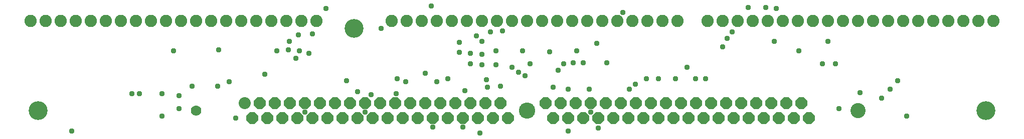
<source format=gbs>
G04 EAGLE Gerber RS-274X export*
G75*
%MOMM*%
%FSLAX34Y34*%
%LPD*%
%INSoldermask Bottom*%
%IPPOS*%
%AMOC8*
5,1,8,0,0,1.08239X$1,22.5*%
G01*
%ADD10C,2.032000*%
%ADD11P,2.199416X8X202.500000*%
%ADD12C,2.565400*%
%ADD13C,1.778000*%
%ADD14C,2.743200*%
%ADD15C,2.082800*%
%ADD16C,3.203200*%
%ADD17C,0.955600*%


D10*
X400050Y25400D03*
D11*
X412750Y0D03*
X425450Y25400D03*
X438150Y0D03*
X450850Y25400D03*
X463550Y0D03*
X476250Y25400D03*
X488950Y0D03*
X501650Y25400D03*
X514350Y0D03*
X527050Y25400D03*
X539750Y0D03*
X552450Y25400D03*
X565150Y0D03*
X577850Y25400D03*
X590550Y0D03*
X603250Y25400D03*
X615950Y0D03*
X628650Y25400D03*
X641350Y0D03*
X654050Y25400D03*
X666750Y0D03*
X679450Y25400D03*
X692150Y0D03*
X704850Y25400D03*
X717550Y0D03*
X730250Y25400D03*
X742950Y0D03*
X755650Y25400D03*
X768350Y0D03*
X781050Y25400D03*
X793750Y0D03*
X806450Y25400D03*
X819150Y0D03*
X831850Y25400D03*
X844550Y0D03*
X908050Y25400D03*
X920750Y0D03*
X933450Y25400D03*
X946150Y0D03*
X958850Y25400D03*
X971550Y0D03*
X984250Y25400D03*
X996950Y0D03*
X1009650Y25400D03*
X1022350Y0D03*
X1035050Y25400D03*
X1047750Y0D03*
X1060450Y25400D03*
X1073150Y0D03*
X1085850Y25400D03*
X1098550Y0D03*
X1111250Y25400D03*
X1123950Y0D03*
X1136650Y25400D03*
X1149350Y0D03*
X1162050Y25400D03*
X1174750Y0D03*
X1187450Y25400D03*
X1200150Y0D03*
X1212850Y25400D03*
X1225550Y0D03*
X1238250Y25400D03*
X1250950Y0D03*
X1263650Y25400D03*
X1276350Y0D03*
X1289050Y25400D03*
X1301750Y0D03*
X1314450Y25400D03*
X1327150Y0D03*
X1339850Y25400D03*
X1352550Y0D03*
D12*
X1435100Y12700D03*
D13*
X317500Y12700D03*
D14*
X876300Y12700D03*
D15*
X38100Y165100D03*
X63500Y165100D03*
X88900Y165100D03*
X114300Y165100D03*
X139700Y165100D03*
X165100Y165100D03*
X190500Y165100D03*
X215900Y165100D03*
X241300Y165100D03*
X266700Y165100D03*
X292100Y165100D03*
X317500Y165100D03*
X342900Y165100D03*
X368300Y165100D03*
X393700Y165100D03*
X419100Y165100D03*
X444500Y165100D03*
X469900Y165100D03*
X495300Y165100D03*
X520700Y165100D03*
X647700Y165100D03*
X673100Y165100D03*
X698500Y165100D03*
X723900Y165100D03*
X749300Y165100D03*
X774700Y165100D03*
X800100Y165100D03*
X825500Y165100D03*
X850900Y165100D03*
X876300Y165100D03*
X901700Y165100D03*
X927100Y165100D03*
X952500Y165100D03*
X977900Y165100D03*
X1003300Y165100D03*
X1028700Y165100D03*
X1054100Y165100D03*
X1079500Y165100D03*
X1104900Y165100D03*
X1130300Y165100D03*
X1181100Y165100D03*
X1206500Y165100D03*
X1231900Y165100D03*
X1257300Y165100D03*
X1282700Y165100D03*
X1308100Y165100D03*
X1333500Y165100D03*
X1358900Y165100D03*
X1384300Y165100D03*
X1409700Y165100D03*
X1435100Y165100D03*
X1460500Y165100D03*
X1485900Y165100D03*
X1511300Y165100D03*
X1536700Y165100D03*
X1562100Y165100D03*
X1587500Y165100D03*
X1612900Y165100D03*
X1638300Y165100D03*
X1663700Y165100D03*
D16*
X50800Y12700D03*
X1651000Y12700D03*
X584200Y152400D03*
D17*
X796925Y-25400D03*
X311150Y53975D03*
X260350Y41275D03*
X209550Y41275D03*
X222250Y41275D03*
X260350Y3175D03*
X107950Y-22225D03*
X1403350Y15875D03*
X1517650Y3175D03*
X384175Y0D03*
X1077913Y66675D03*
X823913Y114300D03*
X823913Y90488D03*
X279400Y114300D03*
X850900Y85725D03*
X474663Y130175D03*
X946150Y-22225D03*
X768350Y-15875D03*
X717550Y-15875D03*
X288925Y38100D03*
X288925Y15875D03*
X490538Y141288D03*
X354013Y53975D03*
X514350Y142875D03*
X1098550Y66675D03*
X914400Y112713D03*
X762000Y111125D03*
X355600Y115888D03*
X655638Y41275D03*
X671513Y61913D03*
X373063Y61913D03*
X603250Y9525D03*
X612775Y39688D03*
X590550Y44450D03*
X630238Y152400D03*
X1049338Y49213D03*
X809625Y52388D03*
X1058863Y57150D03*
X984250Y9525D03*
X981075Y49213D03*
X920750Y52388D03*
X831850Y53975D03*
X928688Y80963D03*
X1038225Y179388D03*
X954088Y93663D03*
X960438Y114300D03*
X1011238Y93663D03*
X971550Y93663D03*
X771525Y46038D03*
X433388Y74613D03*
X781050Y92075D03*
X808038Y65088D03*
X873125Y71438D03*
X881063Y92075D03*
X938213Y92075D03*
X453565Y114300D03*
X790575Y139700D03*
X781050Y109998D03*
X492125Y114300D03*
X800100Y107950D03*
X800100Y130175D03*
X473075Y115888D03*
X1279525Y187325D03*
X1214438Y134938D03*
X714375Y190500D03*
X1249363Y187325D03*
X1222375Y146050D03*
X704850Y76200D03*
X800100Y90488D03*
X814388Y146050D03*
X723900Y61913D03*
X862013Y77788D03*
X868363Y114300D03*
X835025Y147638D03*
X1335088Y114300D03*
X657225Y66675D03*
X571500Y63500D03*
X536575Y185738D03*
X508000Y109538D03*
X1296988Y185738D03*
X501650Y9525D03*
X485775Y101600D03*
X762000Y128588D03*
X993775Y127000D03*
X1206500Y120650D03*
X1293813Y130175D03*
X1384300Y130175D03*
X996950Y-17463D03*
X1374775Y92075D03*
X1160463Y66675D03*
X1127125Y66675D03*
X1146175Y85725D03*
X1177925Y66675D03*
X1438275Y42863D03*
X742950Y66675D03*
X946150Y48753D03*
X1501775Y63500D03*
X1489075Y49213D03*
X1397000Y92075D03*
X1474788Y33338D03*
M02*

</source>
